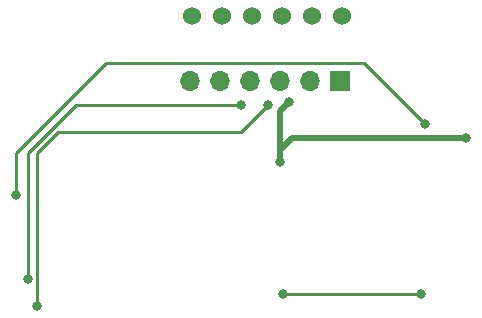
<source format=gbr>
%TF.GenerationSoftware,KiCad,Pcbnew,7.0.9*%
%TF.CreationDate,2024-02-15T22:09:52+01:00*%
%TF.ProjectId,esp32c3,65737033-3263-4332-9e6b-696361645f70,rev?*%
%TF.SameCoordinates,Original*%
%TF.FileFunction,Copper,L2,Bot*%
%TF.FilePolarity,Positive*%
%FSLAX46Y46*%
G04 Gerber Fmt 4.6, Leading zero omitted, Abs format (unit mm)*
G04 Created by KiCad (PCBNEW 7.0.9) date 2024-02-15 22:09:52*
%MOMM*%
%LPD*%
G01*
G04 APERTURE LIST*
%TA.AperFunction,ComponentPad*%
%ADD10R,1.700000X1.700000*%
%TD*%
%TA.AperFunction,ComponentPad*%
%ADD11O,1.700000X1.700000*%
%TD*%
%TA.AperFunction,ComponentPad*%
%ADD12C,1.524000*%
%TD*%
%TA.AperFunction,ViaPad*%
%ADD13C,0.800000*%
%TD*%
%TA.AperFunction,Conductor*%
%ADD14C,0.500000*%
%TD*%
%TA.AperFunction,Conductor*%
%ADD15C,0.250000*%
%TD*%
G04 APERTURE END LIST*
D10*
%TO.P,J1,1,Pin_1*%
%TO.N,Net-(J1-Pin_1)*%
X160274000Y-65532000D03*
D11*
%TO.P,J1,2,Pin_2*%
%TO.N,Net-(J1-Pin_2)*%
X157734000Y-65532000D03*
%TO.P,J1,3,Pin_3*%
%TO.N,Net-(J1-Pin_3)*%
X155194000Y-65532000D03*
%TO.P,J1,4,Pin_4*%
%TO.N,Net-(J1-Pin_4)*%
X152654000Y-65532000D03*
%TO.P,J1,5,Pin_5*%
%TO.N,unconnected-(J1-Pin_5-Pad5)*%
X150114000Y-65532000D03*
%TO.P,J1,6,Pin_6*%
%TO.N,Net-(J1-Pin_1)*%
X147574000Y-65532000D03*
%TD*%
D12*
%TO.P,U1,1,VCC*%
%TO.N,unconnected-(U1-VCC-Pad1)*%
X160401000Y-60071000D03*
%TO.P,U1,2,GND*%
%TO.N,unconnected-(U1-GND-Pad2)*%
X157861000Y-60071000D03*
%TO.P,U1,3,SCL*%
%TO.N,unconnected-(U1-SCL-Pad3)*%
X155321000Y-60071000D03*
%TO.P,U1,4,SDA*%
%TO.N,unconnected-(U1-SDA-Pad4)*%
X152781000Y-60071000D03*
%TO.P,U1,5,CSB*%
%TO.N,unconnected-(U1-CSB-Pad5)*%
X150241000Y-60071000D03*
%TO.P,U1,6,SDO*%
%TO.N,unconnected-(U1-SDO-Pad6)*%
X147701000Y-60071000D03*
%TD*%
D13*
%TO.N,Net-(J1-Pin_2)*%
X170942000Y-70358000D03*
X155956000Y-67310000D03*
X155194000Y-72390000D03*
%TO.N,Net-(J1-Pin_3)*%
X154178000Y-67564000D03*
X134620000Y-84582000D03*
%TO.N,Net-(J1-Pin_4)*%
X151892000Y-67564000D03*
X133858000Y-82296000D03*
%TO.N,Net-(U2-PA4_A1_D1)*%
X167482000Y-69184000D03*
X132846299Y-75188299D03*
%TO.N,Net-(U2-PA5_A9_D9_MISO)*%
X167132000Y-83566000D03*
X155448000Y-83566000D03*
%TD*%
D14*
%TO.N,Net-(J1-Pin_2)*%
X155194000Y-68072000D02*
X155194000Y-71374000D01*
X170942000Y-70358000D02*
X156210000Y-70358000D01*
X155194000Y-72390000D02*
X155194000Y-71374000D01*
X156210000Y-70358000D02*
X155194000Y-71374000D01*
X155956000Y-67310000D02*
X155194000Y-68072000D01*
D15*
%TO.N,Net-(J1-Pin_3)*%
X134620000Y-71628000D02*
X134620000Y-84582000D01*
X151892000Y-69850000D02*
X136398000Y-69850000D01*
X136398000Y-69850000D02*
X134620000Y-71628000D01*
X154178000Y-67564000D02*
X151892000Y-69850000D01*
%TO.N,Net-(J1-Pin_4)*%
X151892000Y-67564000D02*
X137922000Y-67564000D01*
X133858000Y-71628000D02*
X133858000Y-82296000D01*
X137922000Y-67564000D02*
X133858000Y-71628000D01*
%TO.N,Net-(U2-PA4_A1_D1)*%
X132842000Y-75184000D02*
X132842000Y-71628000D01*
X132842000Y-71628000D02*
X140462000Y-64008000D01*
X162306000Y-64008000D02*
X167482000Y-69184000D01*
X132846299Y-75188299D02*
X132842000Y-75184000D01*
X140462000Y-64008000D02*
X162306000Y-64008000D01*
%TO.N,Net-(U2-PA5_A9_D9_MISO)*%
X167132000Y-83566000D02*
X155448000Y-83566000D01*
%TD*%
M02*

</source>
